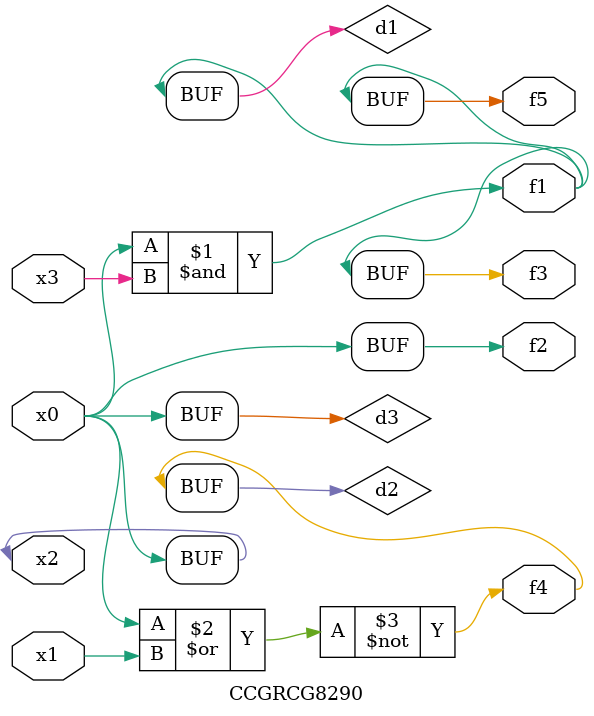
<source format=v>
module CCGRCG8290(
	input x0, x1, x2, x3,
	output f1, f2, f3, f4, f5
);

	wire d1, d2, d3;

	and (d1, x2, x3);
	nor (d2, x0, x1);
	buf (d3, x0, x2);
	assign f1 = d1;
	assign f2 = d3;
	assign f3 = d1;
	assign f4 = d2;
	assign f5 = d1;
endmodule

</source>
